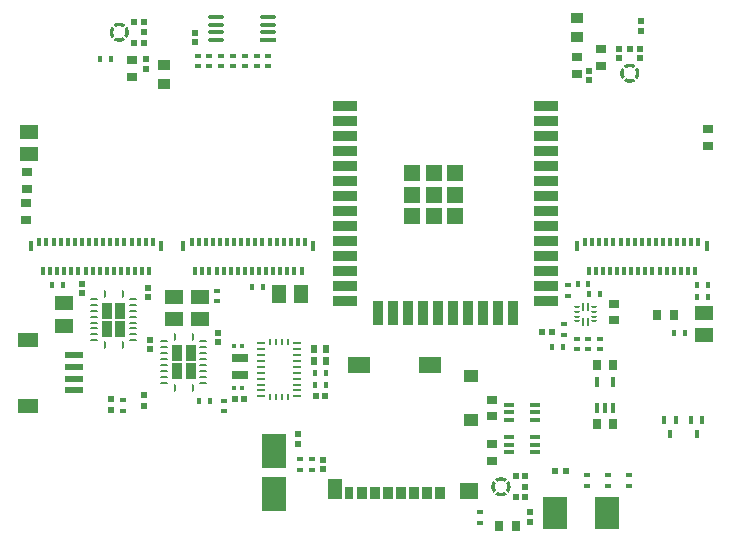
<source format=gtp>
G04*
G04 #@! TF.GenerationSoftware,Altium Limited,Altium Designer,21.6.1 (37)*
G04*
G04 Layer_Color=8421504*
%FSLAX44Y44*%
%MOMM*%
G71*
G04*
G04 #@! TF.SameCoordinates,7F95C58A-CF7D-4278-AF47-FD52C239B5E1*
G04*
G04*
G04 #@! TF.FilePolarity,Positive*
G04*
G01*
G75*
%ADD17R,0.9200X1.3300*%
%ADD18R,0.5220X0.6000*%
%ADD19R,0.6000X0.5220*%
%ADD20R,0.9000X0.7000*%
%ADD21R,0.5200X0.5200*%
%ADD22R,0.7000X0.9000*%
%ADD23R,0.5500X0.4500*%
%ADD24R,0.4500X0.5500*%
%ADD25R,0.5200X0.5200*%
%ADD26R,2.0000X2.9000*%
%ADD27R,0.6750X0.2500*%
%ADD28R,0.2500X0.5750*%
%ADD29R,0.4000X0.9500*%
%ADD30R,0.3000X0.6500*%
%ADD31R,1.5500X0.6000*%
%ADD32R,1.8000X1.2000*%
%ADD33R,1.4000X0.3500*%
%ADD34O,1.4000X0.3500*%
%ADD35R,1.5000X1.3000*%
%ADD36R,1.0000X0.9000*%
G04:AMPARAMS|DCode=37|XSize=0.24mm|YSize=0.6mm|CornerRadius=0.06mm|HoleSize=0mm|Usage=FLASHONLY|Rotation=90.000|XOffset=0mm|YOffset=0mm|HoleType=Round|Shape=RoundedRectangle|*
%AMROUNDEDRECTD37*
21,1,0.2400,0.4800,0,0,90.0*
21,1,0.1200,0.6000,0,0,90.0*
1,1,0.1200,0.2400,0.0600*
1,1,0.1200,0.2400,-0.0600*
1,1,0.1200,-0.2400,-0.0600*
1,1,0.1200,-0.2400,0.0600*
%
%ADD37ROUNDEDRECTD37*%
%ADD38R,2.0000X0.9000*%
G04:AMPARAMS|DCode=39|XSize=0.25mm|YSize=0.65mm|CornerRadius=0.0625mm|HoleSize=0mm|Usage=FLASHONLY|Rotation=0.000|XOffset=0mm|YOffset=0mm|HoleType=Round|Shape=RoundedRectangle|*
%AMROUNDEDRECTD39*
21,1,0.2500,0.5250,0,0,0.0*
21,1,0.1250,0.6500,0,0,0.0*
1,1,0.1250,0.0625,-0.2625*
1,1,0.1250,-0.0625,-0.2625*
1,1,0.1250,-0.0625,0.2625*
1,1,0.1250,0.0625,0.2625*
%
%ADD39ROUNDEDRECTD39*%
%ADD40R,0.8500X1.1000*%
%ADD41R,0.8500X0.3500*%
G04:AMPARAMS|DCode=42|XSize=0.2mm|YSize=0.5mm|CornerRadius=0.05mm|HoleSize=0mm|Usage=FLASHONLY|Rotation=270.000|XOffset=0mm|YOffset=0mm|HoleType=Round|Shape=RoundedRectangle|*
%AMROUNDEDRECTD42*
21,1,0.2000,0.4000,0,0,270.0*
21,1,0.1000,0.5000,0,0,270.0*
1,1,0.1000,-0.2000,-0.0500*
1,1,0.1000,-0.2000,0.0500*
1,1,0.1000,0.2000,0.0500*
1,1,0.1000,0.2000,-0.0500*
%
%ADD42ROUNDEDRECTD42*%
%ADD43R,0.3500X0.8500*%
%ADD44R,1.4000X0.7500*%
G04:AMPARAMS|DCode=45|XSize=0.2mm|YSize=0.7mm|CornerRadius=0.05mm|HoleSize=0mm|Usage=FLASHONLY|Rotation=0.000|XOffset=0mm|YOffset=0mm|HoleType=Round|Shape=RoundedRectangle|*
%AMROUNDEDRECTD45*
21,1,0.2000,0.6000,0,0,0.0*
21,1,0.1000,0.7000,0,0,0.0*
1,1,0.1000,0.0500,-0.3000*
1,1,0.1000,-0.0500,-0.3000*
1,1,0.1000,-0.0500,0.3000*
1,1,0.1000,0.0500,0.3000*
%
%ADD45ROUNDEDRECTD45*%
%ADD46R,0.5500X0.6500*%
%ADD47R,0.3000X0.7100*%
%ADD48R,0.6200X0.6200*%
%ADD49R,0.4600X0.4200*%
%ADD50R,0.6200X0.6200*%
%ADD51R,0.7500X1.1000*%
%ADD52R,1.1700X1.8000*%
%ADD53R,1.9000X1.3500*%
%ADD54R,0.8750X1.1000*%
%ADD55R,1.5500X1.3500*%
%ADD56R,1.2000X1.0000*%
%ADD57R,1.3300X1.3300*%
%ADD58R,0.9000X2.0000*%
%ADD59R,2.1590X2.7430*%
%ADD60R,1.3000X1.5000*%
G36*
X89125Y434992D02*
X89499Y434966D01*
X89871Y434922D01*
X90241Y434861D01*
X90608Y434783D01*
X90971Y434688D01*
X91329Y434576D01*
X91681Y434448D01*
X92028Y434304D01*
X92366Y434143D01*
X92697Y433967D01*
X93020Y433776D01*
X93333Y433570D01*
X93637Y433349D01*
X93930Y433115D01*
X91808Y430994D01*
X91595Y431143D01*
X91413Y431259D01*
X91227Y431366D01*
X91036Y431466D01*
X90841Y431558D01*
X90643Y431641D01*
X90441Y431716D01*
X90236Y431783D01*
X90029Y431841D01*
X89819Y431890D01*
X89607Y431930D01*
X89394Y431962D01*
X89180Y431984D01*
X88965Y431998D01*
X88750Y432002D01*
X88535Y431998D01*
X88320Y431984D01*
X88106Y431962D01*
X87893Y431930D01*
X87681Y431890D01*
X87471Y431841D01*
X87264Y431783D01*
X87059Y431716D01*
X86857Y431641D01*
X86659Y431558D01*
X86464Y431466D01*
X86273Y431366D01*
X86087Y431259D01*
X85905Y431143D01*
X85692Y430994D01*
X83570Y433115D01*
X83863Y433349D01*
X84167Y433570D01*
X84480Y433776D01*
X84803Y433967D01*
X85134Y434143D01*
X85473Y434304D01*
X85819Y434448D01*
X86171Y434576D01*
X86529Y434688D01*
X86892Y434783D01*
X87259Y434861D01*
X87629Y434922D01*
X88001Y434966D01*
X88375Y434992D01*
X88750Y435000D01*
X89125Y434992D01*
D02*
G37*
G36*
X93930Y420635D02*
X93637Y420401D01*
X93333Y420180D01*
X93020Y419974D01*
X92697Y419783D01*
X92366Y419607D01*
X92028Y419446D01*
X91681Y419302D01*
X91329Y419174D01*
X90971Y419062D01*
X90608Y418967D01*
X90241Y418889D01*
X89871Y418828D01*
X89499Y418784D01*
X89125Y418758D01*
X88750Y418750D01*
X88375Y418758D01*
X88001Y418784D01*
X87629Y418828D01*
X87259Y418889D01*
X86892Y418967D01*
X86529Y419062D01*
X86171Y419174D01*
X85819Y419302D01*
X85473Y419446D01*
X85134Y419607D01*
X84803Y419783D01*
X84480Y419974D01*
X84167Y420180D01*
X83863Y420401D01*
X83570Y420635D01*
X85692Y422756D01*
X85833Y422655D01*
X86015Y422535D01*
X86203Y422423D01*
X86395Y422319D01*
X86591Y422223D01*
X86791Y422136D01*
X86994Y422057D01*
X87201Y421987D01*
X87411Y421925D01*
X87623Y421873D01*
X87837Y421829D01*
X88052Y421795D01*
X88269Y421770D01*
X88487Y421754D01*
X88705Y421748D01*
X88924Y421751D01*
X89142Y421763D01*
X89359Y421784D01*
X89575Y421814D01*
X89790Y421854D01*
X90002Y421903D01*
X90213Y421960D01*
X90421Y422027D01*
X90626Y422102D01*
X90828Y422186D01*
X91025Y422279D01*
X91219Y422379D01*
X91408Y422488D01*
X91593Y422605D01*
X91808Y422756D01*
X93930Y420635D01*
D02*
G37*
G36*
X95225Y431762D02*
X95445Y431458D01*
X95651Y431145D01*
X95842Y430822D01*
X96018Y430491D01*
X96179Y430152D01*
X96323Y429806D01*
X96452Y429454D01*
X96563Y429096D01*
X96658Y428733D01*
X96736Y428367D01*
X96797Y427996D01*
X96840Y427624D01*
X96867Y427250D01*
X96875Y426875D01*
X96867Y426500D01*
X96840Y426126D01*
X96797Y425754D01*
X96736Y425383D01*
X96658Y425017D01*
X96563Y424654D01*
X96452Y424296D01*
X96323Y423944D01*
X96179Y423598D01*
X96018Y423259D01*
X95842Y422928D01*
X95651Y422605D01*
X95445Y422292D01*
X95225Y421988D01*
X94990Y421695D01*
X92869Y423817D01*
X93020Y424032D01*
X93137Y424217D01*
X93246Y424406D01*
X93346Y424600D01*
X93439Y424798D01*
X93523Y424999D01*
X93598Y425204D01*
X93665Y425412D01*
X93722Y425622D01*
X93771Y425835D01*
X93811Y426050D01*
X93841Y426266D01*
X93862Y426483D01*
X93874Y426702D01*
X93877Y426920D01*
X93871Y427138D01*
X93855Y427356D01*
X93830Y427573D01*
X93795Y427788D01*
X93752Y428002D01*
X93700Y428214D01*
X93638Y428424D01*
X93568Y428631D01*
X93489Y428834D01*
X93402Y429034D01*
X93306Y429230D01*
X93202Y429422D01*
X93090Y429610D01*
X92970Y429792D01*
X92869Y429933D01*
X94990Y432054D01*
X95225Y431762D01*
D02*
G37*
G36*
X84631Y429933D02*
X84530Y429792D01*
X84410Y429610D01*
X84298Y429422D01*
X84194Y429230D01*
X84098Y429034D01*
X84011Y428834D01*
X83932Y428631D01*
X83862Y428424D01*
X83800Y428214D01*
X83748Y428002D01*
X83704Y427788D01*
X83670Y427573D01*
X83645Y427356D01*
X83629Y427138D01*
X83623Y426920D01*
X83626Y426702D01*
X83638Y426483D01*
X83659Y426266D01*
X83689Y426050D01*
X83729Y425835D01*
X83778Y425622D01*
X83835Y425412D01*
X83902Y425204D01*
X83977Y424999D01*
X84061Y424798D01*
X84153Y424600D01*
X84254Y424406D01*
X84363Y424217D01*
X84480Y424032D01*
X84631Y423817D01*
X82510Y421695D01*
X82275Y421988D01*
X82055Y422292D01*
X81849Y422605D01*
X81658Y422928D01*
X81482Y423259D01*
X81321Y423598D01*
X81177Y423944D01*
X81048Y424296D01*
X80937Y424654D01*
X80842Y425017D01*
X80764Y425383D01*
X80703Y425754D01*
X80660Y426126D01*
X80633Y426500D01*
X80625Y426875D01*
X80633Y427250D01*
X80660Y427624D01*
X80703Y427996D01*
X80764Y428367D01*
X80842Y428733D01*
X80937Y429096D01*
X81048Y429454D01*
X81177Y429806D01*
X81321Y430152D01*
X81482Y430491D01*
X81658Y430822D01*
X81849Y431145D01*
X82055Y431458D01*
X82275Y431762D01*
X82510Y432054D01*
X84631Y429933D01*
D02*
G37*
G36*
X361650Y300875D02*
X348350D01*
Y314175D01*
X361650D01*
Y300875D01*
D02*
G37*
G36*
X343300D02*
X330000D01*
Y314175D01*
X343300D01*
Y300875D01*
D02*
G37*
G36*
X361650Y282525D02*
X348350D01*
Y295825D01*
X361650D01*
Y282525D01*
D02*
G37*
G36*
X343300D02*
X330000D01*
Y295825D01*
X343300D01*
Y282525D01*
D02*
G37*
G36*
X361650Y264175D02*
X348350D01*
Y277475D01*
X361650D01*
Y264175D01*
D02*
G37*
G36*
X343300D02*
X330000D01*
Y277475D01*
X343300D01*
Y264175D01*
D02*
G37*
G36*
X380000Y282525D02*
X366700D01*
Y295825D01*
X380000D01*
Y282525D01*
D02*
G37*
G36*
Y264175D02*
X366700D01*
Y277475D01*
X380000D01*
Y264175D01*
D02*
G37*
G36*
X412275Y50117D02*
X412649Y50090D01*
X413021Y50047D01*
X413391Y49986D01*
X413758Y49908D01*
X414121Y49813D01*
X414479Y49701D01*
X414831Y49573D01*
X415177Y49429D01*
X415516Y49268D01*
X415848Y49092D01*
X416170Y48901D01*
X416483Y48695D01*
X416787Y48474D01*
X417080Y48240D01*
X414958Y46119D01*
X414745Y46268D01*
X414563Y46384D01*
X414377Y46491D01*
X414186Y46591D01*
X413991Y46683D01*
X413793Y46766D01*
X413591Y46841D01*
X413386Y46908D01*
X413179Y46966D01*
X412969Y47015D01*
X412757Y47055D01*
X412544Y47087D01*
X412330Y47109D01*
X412115Y47123D01*
X411900Y47127D01*
X411685Y47123D01*
X411470Y47109D01*
X411256Y47087D01*
X411043Y47055D01*
X410831Y47015D01*
X410621Y46966D01*
X410414Y46908D01*
X410209Y46841D01*
X410007Y46766D01*
X409809Y46683D01*
X409614Y46591D01*
X409423Y46491D01*
X409237Y46384D01*
X409055Y46268D01*
X408842Y46119D01*
X406721Y48240D01*
X407013Y48474D01*
X407317Y48695D01*
X407630Y48901D01*
X407952Y49092D01*
X408284Y49268D01*
X408623Y49429D01*
X408969Y49573D01*
X409321Y49701D01*
X409679Y49813D01*
X410042Y49908D01*
X410409Y49986D01*
X410779Y50047D01*
X411151Y50090D01*
X411525Y50117D01*
X411900Y50125D01*
X412275Y50117D01*
D02*
G37*
G36*
X417080Y35760D02*
X416787Y35526D01*
X416483Y35305D01*
X416170Y35099D01*
X415848Y34908D01*
X415516Y34732D01*
X415177Y34571D01*
X414831Y34427D01*
X414479Y34299D01*
X414121Y34187D01*
X413758Y34092D01*
X413391Y34014D01*
X413021Y33953D01*
X412649Y33909D01*
X412275Y33883D01*
X411900Y33875D01*
X411525Y33883D01*
X411151Y33909D01*
X410779Y33953D01*
X410409Y34014D01*
X410042Y34092D01*
X409679Y34187D01*
X409321Y34299D01*
X408969Y34427D01*
X408623Y34571D01*
X408284Y34732D01*
X407952Y34908D01*
X407630Y35099D01*
X407317Y35305D01*
X407013Y35526D01*
X406721Y35760D01*
X408842Y37881D01*
X408983Y37780D01*
X409165Y37660D01*
X409353Y37548D01*
X409545Y37444D01*
X409741Y37348D01*
X409941Y37261D01*
X410144Y37182D01*
X410351Y37111D01*
X410561Y37050D01*
X410773Y36998D01*
X410987Y36955D01*
X411202Y36920D01*
X411419Y36895D01*
X411637Y36879D01*
X411855Y36873D01*
X412074Y36876D01*
X412291Y36888D01*
X412509Y36909D01*
X412725Y36939D01*
X412940Y36979D01*
X413153Y37028D01*
X413363Y37085D01*
X413571Y37152D01*
X413776Y37227D01*
X413978Y37311D01*
X414175Y37404D01*
X414369Y37504D01*
X414558Y37613D01*
X414743Y37730D01*
X414958Y37881D01*
X417080Y35760D01*
D02*
G37*
G36*
X418374Y46887D02*
X418595Y46583D01*
X418801Y46270D01*
X418992Y45947D01*
X419168Y45616D01*
X419329Y45277D01*
X419473Y44931D01*
X419602Y44579D01*
X419713Y44221D01*
X419808Y43858D01*
X419886Y43492D01*
X419947Y43121D01*
X419991Y42749D01*
X420017Y42375D01*
X420025Y42000D01*
X420017Y41625D01*
X419991Y41251D01*
X419947Y40879D01*
X419886Y40508D01*
X419808Y40142D01*
X419713Y39779D01*
X419602Y39421D01*
X419473Y39069D01*
X419329Y38723D01*
X419168Y38384D01*
X418992Y38052D01*
X418801Y37730D01*
X418595Y37417D01*
X418374Y37113D01*
X418140Y36820D01*
X416019Y38942D01*
X416170Y39157D01*
X416287Y39342D01*
X416396Y39531D01*
X416496Y39725D01*
X416589Y39922D01*
X416673Y40124D01*
X416748Y40329D01*
X416815Y40537D01*
X416872Y40747D01*
X416921Y40960D01*
X416961Y41175D01*
X416991Y41391D01*
X417012Y41609D01*
X417024Y41827D01*
X417027Y42045D01*
X417021Y42263D01*
X417005Y42481D01*
X416980Y42698D01*
X416945Y42913D01*
X416902Y43127D01*
X416850Y43339D01*
X416788Y43549D01*
X416718Y43756D01*
X416639Y43959D01*
X416552Y44159D01*
X416456Y44355D01*
X416352Y44547D01*
X416240Y44735D01*
X416120Y44917D01*
X416019Y45058D01*
X418140Y47179D01*
X418374Y46887D01*
D02*
G37*
G36*
X407781Y45058D02*
X407680Y44917D01*
X407560Y44735D01*
X407448Y44547D01*
X407344Y44355D01*
X407248Y44159D01*
X407161Y43959D01*
X407082Y43756D01*
X407011Y43549D01*
X406950Y43339D01*
X406898Y43127D01*
X406854Y42913D01*
X406820Y42698D01*
X406795Y42481D01*
X406779Y42263D01*
X406773Y42045D01*
X406776Y41827D01*
X406788Y41609D01*
X406809Y41391D01*
X406839Y41175D01*
X406879Y40960D01*
X406928Y40747D01*
X406985Y40537D01*
X407052Y40329D01*
X407127Y40124D01*
X407211Y39922D01*
X407304Y39725D01*
X407404Y39531D01*
X407513Y39342D01*
X407630Y39157D01*
X407781Y38942D01*
X405660Y36820D01*
X405425Y37113D01*
X405205Y37417D01*
X404999Y37730D01*
X404808Y38052D01*
X404632Y38384D01*
X404471Y38723D01*
X404327Y39069D01*
X404198Y39421D01*
X404087Y39779D01*
X403992Y40142D01*
X403914Y40508D01*
X403853Y40879D01*
X403810Y41251D01*
X403783Y41625D01*
X403775Y42000D01*
X403783Y42375D01*
X403810Y42749D01*
X403853Y43121D01*
X403914Y43492D01*
X403992Y43858D01*
X404087Y44221D01*
X404198Y44579D01*
X404327Y44931D01*
X404471Y45277D01*
X404632Y45616D01*
X404808Y45947D01*
X404999Y46270D01*
X405205Y46583D01*
X405425Y46887D01*
X405660Y47179D01*
X407781Y45058D01*
D02*
G37*
G36*
X521375Y400267D02*
X521749Y400241D01*
X522121Y400197D01*
X522491Y400136D01*
X522858Y400058D01*
X523221Y399963D01*
X523579Y399851D01*
X523931Y399723D01*
X524277Y399579D01*
X524616Y399418D01*
X524948Y399242D01*
X525270Y399051D01*
X525583Y398845D01*
X525887Y398624D01*
X526180Y398390D01*
X524058Y396269D01*
X523843Y396420D01*
X523658Y396537D01*
X523469Y396646D01*
X523275Y396746D01*
X523078Y396839D01*
X522876Y396923D01*
X522671Y396998D01*
X522463Y397065D01*
X522253Y397122D01*
X522040Y397171D01*
X521825Y397211D01*
X521609Y397241D01*
X521391Y397262D01*
X521174Y397274D01*
X520955Y397277D01*
X520737Y397271D01*
X520519Y397255D01*
X520302Y397230D01*
X520087Y397196D01*
X519873Y397152D01*
X519661Y397100D01*
X519451Y397038D01*
X519244Y396968D01*
X519041Y396889D01*
X518841Y396802D01*
X518645Y396706D01*
X518453Y396602D01*
X518265Y396490D01*
X518083Y396370D01*
X517942Y396269D01*
X515821Y398390D01*
X516113Y398624D01*
X516417Y398845D01*
X516730Y399051D01*
X517052Y399242D01*
X517384Y399418D01*
X517723Y399579D01*
X518069Y399723D01*
X518421Y399851D01*
X518779Y399963D01*
X519142Y400058D01*
X519509Y400136D01*
X519879Y400197D01*
X520251Y400241D01*
X520625Y400267D01*
X521000Y400275D01*
X521375Y400267D01*
D02*
G37*
G36*
X526180Y385910D02*
X525887Y385676D01*
X525583Y385455D01*
X525270Y385249D01*
X524948Y385058D01*
X524616Y384882D01*
X524277Y384721D01*
X523931Y384577D01*
X523579Y384449D01*
X523221Y384337D01*
X522858Y384242D01*
X522491Y384164D01*
X522121Y384103D01*
X521749Y384059D01*
X521375Y384033D01*
X521000Y384025D01*
X520625Y384033D01*
X520251Y384059D01*
X519879Y384103D01*
X519509Y384164D01*
X519142Y384242D01*
X518779Y384337D01*
X518421Y384449D01*
X518069Y384577D01*
X517723Y384721D01*
X517384Y384882D01*
X517052Y385058D01*
X516730Y385249D01*
X516417Y385455D01*
X516113Y385676D01*
X515821Y385910D01*
X517942Y388031D01*
X518083Y387930D01*
X518265Y387810D01*
X518453Y387698D01*
X518645Y387594D01*
X518841Y387498D01*
X519041Y387411D01*
X519244Y387332D01*
X519451Y387262D01*
X519661Y387200D01*
X519873Y387148D01*
X520087Y387104D01*
X520302Y387070D01*
X520519Y387045D01*
X520737Y387029D01*
X520955Y387023D01*
X521174Y387026D01*
X521391Y387038D01*
X521609Y387059D01*
X521825Y387089D01*
X522040Y387129D01*
X522253Y387178D01*
X522463Y387235D01*
X522671Y387302D01*
X522876Y387377D01*
X523078Y387461D01*
X523275Y387553D01*
X523469Y387654D01*
X523658Y387763D01*
X523843Y387880D01*
X524058Y388031D01*
X526180Y385910D01*
D02*
G37*
G36*
X527475Y397037D02*
X527695Y396733D01*
X527901Y396420D01*
X528092Y396097D01*
X528268Y395766D01*
X528429Y395428D01*
X528573Y395081D01*
X528702Y394729D01*
X528813Y394371D01*
X528908Y394008D01*
X528986Y393642D01*
X529047Y393271D01*
X529090Y392899D01*
X529117Y392525D01*
X529125Y392150D01*
X529117Y391775D01*
X529090Y391401D01*
X529047Y391029D01*
X528986Y390659D01*
X528908Y390292D01*
X528813Y389929D01*
X528702Y389571D01*
X528573Y389219D01*
X528429Y388873D01*
X528268Y388534D01*
X528092Y388203D01*
X527901Y387880D01*
X527695Y387567D01*
X527475Y387263D01*
X527240Y386970D01*
X525119Y389092D01*
X525220Y389233D01*
X525340Y389415D01*
X525452Y389603D01*
X525556Y389795D01*
X525652Y389991D01*
X525739Y390191D01*
X525818Y390394D01*
X525888Y390601D01*
X525950Y390811D01*
X526002Y391023D01*
X526045Y391237D01*
X526080Y391452D01*
X526105Y391669D01*
X526121Y391887D01*
X526127Y392105D01*
X526124Y392323D01*
X526112Y392542D01*
X526091Y392759D01*
X526061Y392975D01*
X526021Y393190D01*
X525972Y393402D01*
X525915Y393613D01*
X525848Y393821D01*
X525773Y394026D01*
X525689Y394227D01*
X525597Y394425D01*
X525496Y394619D01*
X525387Y394808D01*
X525270Y394993D01*
X525119Y395208D01*
X527240Y397329D01*
X527475Y397037D01*
D02*
G37*
G36*
X516881Y395208D02*
X516732Y394995D01*
X516616Y394813D01*
X516509Y394627D01*
X516409Y394436D01*
X516317Y394241D01*
X516234Y394043D01*
X516159Y393841D01*
X516092Y393636D01*
X516034Y393429D01*
X515985Y393219D01*
X515945Y393007D01*
X515913Y392794D01*
X515891Y392580D01*
X515877Y392365D01*
X515873Y392150D01*
X515877Y391935D01*
X515891Y391720D01*
X515913Y391506D01*
X515945Y391293D01*
X515985Y391081D01*
X516034Y390871D01*
X516092Y390664D01*
X516159Y390459D01*
X516234Y390257D01*
X516317Y390059D01*
X516409Y389864D01*
X516509Y389673D01*
X516616Y389487D01*
X516732Y389305D01*
X516881Y389092D01*
X514760Y386970D01*
X514525Y387263D01*
X514305Y387567D01*
X514099Y387880D01*
X513908Y388203D01*
X513732Y388534D01*
X513571Y388873D01*
X513427Y389219D01*
X513298Y389571D01*
X513187Y389929D01*
X513092Y390292D01*
X513014Y390659D01*
X512953Y391029D01*
X512910Y391401D01*
X512883Y391775D01*
X512875Y392150D01*
X512883Y392525D01*
X512910Y392899D01*
X512953Y393271D01*
X513014Y393642D01*
X513092Y394008D01*
X513187Y394371D01*
X513298Y394729D01*
X513427Y395081D01*
X513571Y395428D01*
X513732Y395766D01*
X513908Y396097D01*
X514099Y396420D01*
X514305Y396733D01*
X514525Y397037D01*
X514760Y397329D01*
X516881Y395208D01*
D02*
G37*
G36*
X380000Y300875D02*
X366700D01*
Y314175D01*
X380000D01*
Y300875D01*
D02*
G37*
D17*
X89602Y191200D02*
D03*
X78402D02*
D03*
X89602Y175800D02*
D03*
X78402D02*
D03*
X149104Y155200D02*
D03*
X137904D02*
D03*
X149104Y139800D02*
D03*
X137904D02*
D03*
D18*
X109490Y435875D02*
D03*
Y426875D02*
D03*
X101270Y435875D02*
D03*
X109490Y417875D02*
D03*
X101270D02*
D03*
X432640Y51000D02*
D03*
Y42000D02*
D03*
X424420Y51000D02*
D03*
X432640Y33000D02*
D03*
X424420D02*
D03*
D19*
X512000Y412890D02*
D03*
X521000D02*
D03*
X512000Y404670D02*
D03*
X530000Y412890D02*
D03*
Y404670D02*
D03*
D20*
X496750Y398250D02*
D03*
Y412250D02*
D03*
X507500Y197000D02*
D03*
Y183000D02*
D03*
X587250Y344500D02*
D03*
Y330500D02*
D03*
X10250Y294250D02*
D03*
Y308250D02*
D03*
X404000Y101500D02*
D03*
X404000Y78000D02*
D03*
X476500Y405500D02*
D03*
Y391500D02*
D03*
X99750Y403250D02*
D03*
Y389250D02*
D03*
X404000Y64000D02*
D03*
X404000Y115500D02*
D03*
X10000Y282000D02*
D03*
Y268000D02*
D03*
D21*
X486750Y386250D02*
D03*
Y394250D02*
D03*
X436500Y12500D02*
D03*
Y20500D02*
D03*
X240000Y86250D02*
D03*
Y78250D02*
D03*
X261500Y65000D02*
D03*
Y57000D02*
D03*
X152500Y426500D02*
D03*
Y418500D02*
D03*
X114750Y158250D02*
D03*
Y166250D02*
D03*
X57000Y214000D02*
D03*
Y206000D02*
D03*
X172500Y172500D02*
D03*
Y164500D02*
D03*
X112750Y210250D02*
D03*
Y202250D02*
D03*
X530500Y436000D02*
D03*
Y428000D02*
D03*
X111750Y403750D02*
D03*
Y395750D02*
D03*
D22*
X424500Y9000D02*
D03*
X410500D02*
D03*
X544000Y187250D02*
D03*
X558000D02*
D03*
X493000Y95000D02*
D03*
Y145000D02*
D03*
X507000D02*
D03*
Y95000D02*
D03*
D23*
X92000Y106250D02*
D03*
Y115250D02*
D03*
X251500Y56500D02*
D03*
Y65500D02*
D03*
X241500Y56500D02*
D03*
Y65500D02*
D03*
X165000Y407000D02*
D03*
Y398000D02*
D03*
X195000Y407000D02*
D03*
Y398000D02*
D03*
X205000Y407000D02*
D03*
Y398000D02*
D03*
X175000Y398000D02*
D03*
Y407000D02*
D03*
X185000Y398000D02*
D03*
Y407000D02*
D03*
X215000Y398000D02*
D03*
Y407000D02*
D03*
X177000Y115000D02*
D03*
Y106000D02*
D03*
X155000Y407000D02*
D03*
Y398000D02*
D03*
X496000Y158500D02*
D03*
X465000Y170500D02*
D03*
X476000Y158500D02*
D03*
X486000D02*
D03*
X502500Y52000D02*
D03*
X520000D02*
D03*
X485000D02*
D03*
X394000Y11500D02*
D03*
Y20500D02*
D03*
X485000Y43000D02*
D03*
X502500D02*
D03*
X520000D02*
D03*
X486000Y167500D02*
D03*
X476000D02*
D03*
X468250Y212750D02*
D03*
Y203750D02*
D03*
X465000Y179500D02*
D03*
X496000Y167500D02*
D03*
X171500Y208000D02*
D03*
Y199000D02*
D03*
D24*
X156250Y114250D02*
D03*
X165250D02*
D03*
X263500Y138500D02*
D03*
X254500D02*
D03*
X263500Y128500D02*
D03*
X254500D02*
D03*
X558750Y172500D02*
D03*
X567750D02*
D03*
X201250Y211250D02*
D03*
X210250D02*
D03*
X464500Y160000D02*
D03*
X72750Y404250D02*
D03*
X81750D02*
D03*
X587000Y212500D02*
D03*
X578000D02*
D03*
X486000Y213500D02*
D03*
X477000D02*
D03*
X486500Y205250D02*
D03*
X495500D02*
D03*
X455500Y160000D02*
D03*
X578000Y202500D02*
D03*
X587000D02*
D03*
X41000Y212750D02*
D03*
X32000D02*
D03*
D25*
X255000Y118500D02*
D03*
X263000D02*
D03*
X186750Y116000D02*
D03*
X194750D02*
D03*
D26*
X220000Y72500D02*
D03*
Y35500D02*
D03*
D27*
X208375Y118500D02*
D03*
Y158500D02*
D03*
Y153500D02*
D03*
Y148500D02*
D03*
Y143500D02*
D03*
Y138500D02*
D03*
Y133500D02*
D03*
Y128500D02*
D03*
Y123500D02*
D03*
X239625Y118500D02*
D03*
Y123500D02*
D03*
Y128500D02*
D03*
Y133500D02*
D03*
Y138500D02*
D03*
Y143500D02*
D03*
Y148500D02*
D03*
Y153500D02*
D03*
Y158500D02*
D03*
Y163500D02*
D03*
X208375D02*
D03*
D28*
X231500Y164125D02*
D03*
X221500D02*
D03*
X216500D02*
D03*
Y117875D02*
D03*
X226500D02*
D03*
X231500D02*
D03*
X221500D02*
D03*
X226500Y164125D02*
D03*
D29*
X253000Y245658D02*
D03*
X143000D02*
D03*
X476122D02*
D03*
X586122D02*
D03*
X14122D02*
D03*
X124122D02*
D03*
D30*
X153075Y224657D02*
D03*
X159075D02*
D03*
X165075D02*
D03*
X171075D02*
D03*
X177075D02*
D03*
X183074D02*
D03*
X189075D02*
D03*
X195075D02*
D03*
X201075D02*
D03*
X207075D02*
D03*
X213075D02*
D03*
X219074D02*
D03*
X225075D02*
D03*
X231075D02*
D03*
X237075D02*
D03*
X150000Y249158D02*
D03*
X156000D02*
D03*
X162000D02*
D03*
X168000D02*
D03*
X174000D02*
D03*
X180000D02*
D03*
X186000D02*
D03*
X192000D02*
D03*
X198000D02*
D03*
X204000D02*
D03*
X210000D02*
D03*
X216000D02*
D03*
X222000D02*
D03*
X228000D02*
D03*
X234000D02*
D03*
X240000D02*
D03*
X243074Y224657D02*
D03*
X246000Y249158D02*
D03*
X579122D02*
D03*
X576197Y224657D02*
D03*
X573122Y249158D02*
D03*
X567122D02*
D03*
X561122D02*
D03*
X555122D02*
D03*
X549122D02*
D03*
X543122D02*
D03*
X537122D02*
D03*
X531122D02*
D03*
X525122D02*
D03*
X519122D02*
D03*
X513122D02*
D03*
X507122D02*
D03*
X501122D02*
D03*
X495122D02*
D03*
X489122D02*
D03*
X483122D02*
D03*
X570197Y224657D02*
D03*
X564197D02*
D03*
X558197D02*
D03*
X552197D02*
D03*
X546197D02*
D03*
X540197D02*
D03*
X534197D02*
D03*
X528197D02*
D03*
X522197D02*
D03*
X516197D02*
D03*
X510197D02*
D03*
X504197D02*
D03*
X498197D02*
D03*
X492197D02*
D03*
X486197D02*
D03*
X117122Y249158D02*
D03*
X114197Y224657D02*
D03*
X111122Y249158D02*
D03*
X105122D02*
D03*
X99122D02*
D03*
X93122D02*
D03*
X87122D02*
D03*
X81122D02*
D03*
X75122D02*
D03*
X69122D02*
D03*
X63122D02*
D03*
X57122D02*
D03*
X51122D02*
D03*
X45122D02*
D03*
X39122D02*
D03*
X33122D02*
D03*
X27122D02*
D03*
X21122D02*
D03*
X108197Y224657D02*
D03*
X102197D02*
D03*
X96197D02*
D03*
X90197D02*
D03*
X84197D02*
D03*
X78197D02*
D03*
X72197D02*
D03*
X66197D02*
D03*
X60197D02*
D03*
X54197D02*
D03*
X48197D02*
D03*
X42197D02*
D03*
X36197D02*
D03*
X30197D02*
D03*
X24197D02*
D03*
D31*
X50250Y123500D02*
D03*
Y143500D02*
D03*
Y153500D02*
D03*
Y133500D02*
D03*
D32*
X11500Y166500D02*
D03*
Y110500D02*
D03*
D33*
X214500Y420250D02*
D03*
D34*
Y426750D02*
D03*
Y433250D02*
D03*
Y439750D02*
D03*
X170500Y426750D02*
D03*
Y420250D02*
D03*
Y433250D02*
D03*
Y439750D02*
D03*
D35*
X12500Y323750D02*
D03*
Y342750D02*
D03*
X584000Y170250D02*
D03*
Y189250D02*
D03*
X42250Y178250D02*
D03*
Y197250D02*
D03*
X135000Y184000D02*
D03*
Y203000D02*
D03*
X157250Y184000D02*
D03*
Y203000D02*
D03*
D36*
X126500Y399000D02*
D03*
Y383000D02*
D03*
X476500Y423000D02*
D03*
Y439000D02*
D03*
D37*
X100500Y181000D02*
D03*
Y191000D02*
D03*
X67500Y196000D02*
D03*
Y191000D02*
D03*
Y186000D02*
D03*
X160000Y165000D02*
D03*
X100500Y201000D02*
D03*
X67500D02*
D03*
Y181000D02*
D03*
Y176000D02*
D03*
Y171000D02*
D03*
X100500Y166000D02*
D03*
Y171000D02*
D03*
Y176000D02*
D03*
Y186000D02*
D03*
Y196000D02*
D03*
X67500Y166000D02*
D03*
X127000Y165000D02*
D03*
Y160000D02*
D03*
Y155000D02*
D03*
Y150000D02*
D03*
Y145000D02*
D03*
Y140000D02*
D03*
Y135000D02*
D03*
X160000Y130000D02*
D03*
Y135000D02*
D03*
Y140000D02*
D03*
Y145000D02*
D03*
Y150000D02*
D03*
Y155000D02*
D03*
Y160000D02*
D03*
X127000Y130000D02*
D03*
D38*
X450000Y262575D02*
D03*
Y351475D02*
D03*
Y338775D02*
D03*
X280000Y351475D02*
D03*
Y199075D02*
D03*
Y211775D02*
D03*
Y224475D02*
D03*
Y237175D02*
D03*
Y249875D02*
D03*
Y262575D02*
D03*
Y275275D02*
D03*
Y287975D02*
D03*
Y300675D02*
D03*
Y313375D02*
D03*
Y326075D02*
D03*
Y338775D02*
D03*
Y364175D02*
D03*
X450000D02*
D03*
Y326075D02*
D03*
Y313375D02*
D03*
Y300675D02*
D03*
Y287975D02*
D03*
Y275275D02*
D03*
Y249875D02*
D03*
Y237175D02*
D03*
Y224475D02*
D03*
Y211775D02*
D03*
Y199075D02*
D03*
D39*
X91500Y205000D02*
D03*
X76500D02*
D03*
X91500Y162000D02*
D03*
X76500D02*
D03*
X151000Y169000D02*
D03*
X136000D02*
D03*
X151000Y126000D02*
D03*
X136000D02*
D03*
D40*
X327125Y36875D02*
D03*
X294125D02*
D03*
X360125D02*
D03*
X316125D02*
D03*
X338125D02*
D03*
X305125D02*
D03*
D41*
X441000Y84000D02*
D03*
Y98500D02*
D03*
X419000D02*
D03*
Y71000D02*
D03*
X441000D02*
D03*
Y77500D02*
D03*
X419000Y84000D02*
D03*
Y77500D02*
D03*
X441000Y105000D02*
D03*
Y111500D02*
D03*
X419000D02*
D03*
Y105000D02*
D03*
D42*
X491001Y193999D02*
D03*
X476001D02*
D03*
Y189999D02*
D03*
Y185999D02*
D03*
Y181999D02*
D03*
X491001D02*
D03*
Y185999D02*
D03*
Y189999D02*
D03*
D43*
X493500Y109000D02*
D03*
X506500D02*
D03*
X500000D02*
D03*
X493500Y131000D02*
D03*
X506500D02*
D03*
D44*
X191000Y150800D02*
D03*
Y136200D02*
D03*
D45*
X485500Y194499D02*
D03*
X481500D02*
D03*
Y181499D02*
D03*
X485500D02*
D03*
D46*
X254000Y158500D02*
D03*
X264000D02*
D03*
X254000Y148500D02*
D03*
X264000D02*
D03*
D47*
X560000Y98600D02*
D03*
X550000D02*
D03*
X555000Y86400D02*
D03*
X582500Y98600D02*
D03*
X572500D02*
D03*
X577500Y86400D02*
D03*
D48*
X82000Y107000D02*
D03*
Y116000D02*
D03*
X110000Y110500D02*
D03*
Y119500D02*
D03*
D49*
X185700Y126000D02*
D03*
X192300D02*
D03*
X185700Y161000D02*
D03*
X192300D02*
D03*
D50*
X446500Y172750D02*
D03*
X455500D02*
D03*
X467000Y55000D02*
D03*
X458000D02*
D03*
D51*
X283625Y36875D02*
D03*
D52*
X271525Y40375D02*
D03*
D53*
X291775Y145125D02*
D03*
X351475D02*
D03*
D54*
X349125Y36875D02*
D03*
D55*
X384725Y38125D02*
D03*
D56*
X386475Y98375D02*
D03*
Y135375D02*
D03*
D57*
X355000Y270825D02*
D03*
X336650D02*
D03*
X373350Y289175D02*
D03*
X355000D02*
D03*
X336650D02*
D03*
X373350Y307525D02*
D03*
X355000D02*
D03*
X336650D02*
D03*
X373350Y270825D02*
D03*
D58*
X422150Y189075D02*
D03*
X409450D02*
D03*
X396750D02*
D03*
X384050D02*
D03*
X371350D02*
D03*
X358650D02*
D03*
X345950D02*
D03*
X333250D02*
D03*
X320550D02*
D03*
X307850D02*
D03*
D59*
X457500Y20000D02*
D03*
X501700D02*
D03*
D60*
X223750Y205000D02*
D03*
X242750D02*
D03*
M02*

</source>
